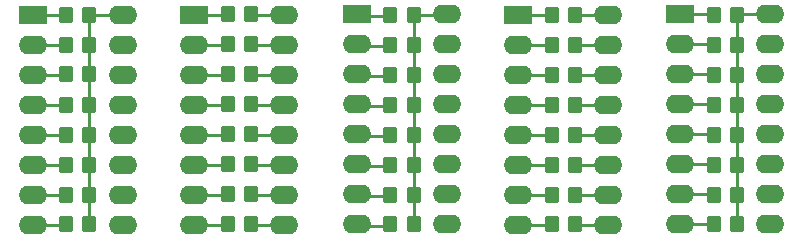
<source format=gbr>
%TF.GenerationSoftware,KiCad,Pcbnew,7.0.11*%
%TF.CreationDate,2024-10-23T23:44:55+03:00*%
%TF.ProjectId,rndip16,726e6469-7031-4362-9e6b-696361645f70,rev?*%
%TF.SameCoordinates,Original*%
%TF.FileFunction,Copper,L1,Top*%
%TF.FilePolarity,Positive*%
%FSLAX46Y46*%
G04 Gerber Fmt 4.6, Leading zero omitted, Abs format (unit mm)*
G04 Created by KiCad (PCBNEW 7.0.11) date 2024-10-23 23:44:55*
%MOMM*%
%LPD*%
G01*
G04 APERTURE LIST*
G04 Aperture macros list*
%AMRoundRect*
0 Rectangle with rounded corners*
0 $1 Rounding radius*
0 $2 $3 $4 $5 $6 $7 $8 $9 X,Y pos of 4 corners*
0 Add a 4 corners polygon primitive as box body*
4,1,4,$2,$3,$4,$5,$6,$7,$8,$9,$2,$3,0*
0 Add four circle primitives for the rounded corners*
1,1,$1+$1,$2,$3*
1,1,$1+$1,$4,$5*
1,1,$1+$1,$6,$7*
1,1,$1+$1,$8,$9*
0 Add four rect primitives between the rounded corners*
20,1,$1+$1,$2,$3,$4,$5,0*
20,1,$1+$1,$4,$5,$6,$7,0*
20,1,$1+$1,$6,$7,$8,$9,0*
20,1,$1+$1,$8,$9,$2,$3,0*%
G04 Aperture macros list end*
%TA.AperFunction,SMDPad,CuDef*%
%ADD10RoundRect,0.250000X-0.350000X-0.450000X0.350000X-0.450000X0.350000X0.450000X-0.350000X0.450000X0*%
%TD*%
%TA.AperFunction,ComponentPad*%
%ADD11R,2.400000X1.600000*%
%TD*%
%TA.AperFunction,ComponentPad*%
%ADD12O,2.400000X1.600000*%
%TD*%
%TA.AperFunction,Conductor*%
%ADD13C,0.250000*%
%TD*%
G04 APERTURE END LIST*
D10*
%TO.P,R45,1*%
%TO.N,Net-(J4-Pin_7)*%
X99438285Y-62771426D03*
%TO.P,R45,2*%
%TO.N,Net-(J4-Pin_10)*%
X101438285Y-62771426D03*
%TD*%
D11*
%TO.P,J5,1,Pin_1*%
%TO.N,Net-(J5-Pin_1)*%
X110338600Y-47523400D03*
D12*
%TO.P,J5,2,Pin_2*%
%TO.N,Net-(J5-Pin_2)*%
X110338600Y-50063400D03*
%TO.P,J5,3,Pin_3*%
%TO.N,Net-(J5-Pin_3)*%
X110338600Y-52603400D03*
%TO.P,J5,4,Pin_4*%
%TO.N,Net-(J5-Pin_4)*%
X110338600Y-55143400D03*
%TO.P,J5,5,Pin_5*%
%TO.N,Net-(J5-Pin_5)*%
X110338600Y-57683400D03*
%TO.P,J5,6,Pin_6*%
%TO.N,Net-(J5-Pin_6)*%
X110338600Y-60223400D03*
%TO.P,J5,7,Pin_7*%
%TO.N,Net-(J5-Pin_7)*%
X110338600Y-62763400D03*
%TO.P,J5,8,Pin_8*%
%TO.N,Net-(J5-Pin_8)*%
X110338600Y-65303400D03*
%TO.P,J5,9,Pin_9*%
%TO.N,Net-(J5-Pin_9)*%
X117958600Y-65303400D03*
%TO.P,J5,10,Pin_10*%
%TO.N,Net-(J5-Pin_10)*%
X117958600Y-62763400D03*
%TO.P,J5,11,Pin_11*%
%TO.N,Net-(J5-Pin_11)*%
X117958600Y-60223400D03*
%TO.P,J5,12,Pin_12*%
%TO.N,Net-(J5-Pin_12)*%
X117958600Y-57683400D03*
%TO.P,J5,13,Pin_13*%
%TO.N,Net-(J5-Pin_13)*%
X117958600Y-55143400D03*
%TO.P,J5,14,Pin_14*%
%TO.N,Net-(J5-Pin_14)*%
X117958600Y-52603400D03*
%TO.P,J5,15,Pin_15*%
%TO.N,Net-(J5-Pin_15)*%
X117958600Y-50063400D03*
%TO.P,J5,16,Pin_16*%
%TO.N,Net-(J5-Pin_16)*%
X117958600Y-47523400D03*
%TD*%
D10*
%TO.P,R53,1*%
%TO.N,Net-(J5-Pin_7)*%
X113163600Y-62769826D03*
%TO.P,R53,2*%
%TO.N,Net-(J5-Pin_16)*%
X115163600Y-62769826D03*
%TD*%
%TO.P,R29,2*%
%TO.N,Net-(J3-Pin_16)*%
X87756000Y-60241255D03*
%TO.P,R29,1*%
%TO.N,Net-(J3-Pin_6)*%
X85756000Y-60241255D03*
%TD*%
%TO.P,R8,1*%
%TO.N,Net-(J1-Pin_8)*%
X58300000Y-65300000D03*
%TO.P,R8,2*%
%TO.N,Net-(J1-Pin_16)*%
X60300000Y-65300000D03*
%TD*%
D11*
%TO.P,J4,1,Pin_1*%
%TO.N,Net-(J4-Pin_1)*%
X96613285Y-47525000D03*
D12*
%TO.P,J4,2,Pin_2*%
%TO.N,Net-(J4-Pin_2)*%
X96613285Y-50065000D03*
%TO.P,J4,3,Pin_3*%
%TO.N,Net-(J4-Pin_3)*%
X96613285Y-52605000D03*
%TO.P,J4,4,Pin_4*%
%TO.N,Net-(J4-Pin_4)*%
X96613285Y-55145000D03*
%TO.P,J4,5,Pin_5*%
%TO.N,Net-(J4-Pin_5)*%
X96613285Y-57685000D03*
%TO.P,J4,6,Pin_6*%
%TO.N,Net-(J4-Pin_6)*%
X96613285Y-60225000D03*
%TO.P,J4,7,Pin_7*%
%TO.N,Net-(J4-Pin_7)*%
X96613285Y-62765000D03*
%TO.P,J4,8,Pin_8*%
%TO.N,Net-(J4-Pin_8)*%
X96613285Y-65305000D03*
%TO.P,J4,9,Pin_9*%
%TO.N,Net-(J4-Pin_9)*%
X104233285Y-65305000D03*
%TO.P,J4,10,Pin_10*%
%TO.N,Net-(J4-Pin_10)*%
X104233285Y-62765000D03*
%TO.P,J4,11,Pin_11*%
%TO.N,Net-(J4-Pin_11)*%
X104233285Y-60225000D03*
%TO.P,J4,12,Pin_12*%
%TO.N,Net-(J4-Pin_12)*%
X104233285Y-57685000D03*
%TO.P,J4,13,Pin_13*%
%TO.N,Net-(J4-Pin_13)*%
X104233285Y-55145000D03*
%TO.P,J4,14,Pin_14*%
%TO.N,Net-(J4-Pin_14)*%
X104233285Y-52605000D03*
%TO.P,J4,15,Pin_15*%
%TO.N,Net-(J4-Pin_15)*%
X104233285Y-50065000D03*
%TO.P,J4,16,Pin_16*%
%TO.N,Net-(J4-Pin_16)*%
X104233285Y-47525000D03*
%TD*%
D10*
%TO.P,R18,1*%
%TO.N,Net-(J2-Pin_3)*%
X72005000Y-52585714D03*
%TO.P,R18,2*%
%TO.N,Net-(J2-Pin_14)*%
X74005000Y-52585714D03*
%TD*%
%TO.P,R21,1*%
%TO.N,Net-(J2-Pin_6)*%
X72005000Y-60214285D03*
%TO.P,R21,2*%
%TO.N,Net-(J2-Pin_11)*%
X74005000Y-60214285D03*
%TD*%
%TO.P,R54,2*%
%TO.N,Net-(J5-Pin_16)*%
X115163600Y-65298400D03*
%TO.P,R54,1*%
%TO.N,Net-(J5-Pin_8)*%
X113163600Y-65298400D03*
%TD*%
%TO.P,R3,1*%
%TO.N,Net-(J1-Pin_3)*%
X58300000Y-52600000D03*
%TO.P,R3,2*%
%TO.N,Net-(J1-Pin_16)*%
X60300000Y-52600000D03*
%TD*%
%TO.P,R40,1*%
%TO.N,Net-(J4-Pin_2)*%
X99438285Y-50128571D03*
%TO.P,R40,2*%
%TO.N,Net-(J4-Pin_15)*%
X101438285Y-50128571D03*
%TD*%
%TO.P,R43,1*%
%TO.N,Net-(J4-Pin_5)*%
X99438285Y-57714284D03*
%TO.P,R43,2*%
%TO.N,Net-(J4-Pin_12)*%
X101438285Y-57714284D03*
%TD*%
%TO.P,R7,1*%
%TO.N,Net-(J1-Pin_7)*%
X58300000Y-62800000D03*
%TO.P,R7,2*%
%TO.N,Net-(J1-Pin_16)*%
X60300000Y-62800000D03*
%TD*%
%TO.P,R23,1*%
%TO.N,Net-(J2-Pin_8)*%
X72005000Y-65300000D03*
%TO.P,R23,2*%
%TO.N,Net-(J2-Pin_9)*%
X74005000Y-65300000D03*
%TD*%
%TO.P,R30,2*%
%TO.N,Net-(J3-Pin_16)*%
X87756000Y-62769826D03*
%TO.P,R30,1*%
%TO.N,Net-(J3-Pin_7)*%
X85756000Y-62769826D03*
%TD*%
%TO.P,R44,1*%
%TO.N,Net-(J4-Pin_6)*%
X99438285Y-60242855D03*
%TO.P,R44,2*%
%TO.N,Net-(J4-Pin_11)*%
X101438285Y-60242855D03*
%TD*%
%TO.P,R27,2*%
%TO.N,Net-(J3-Pin_16)*%
X87756000Y-55184113D03*
%TO.P,R27,1*%
%TO.N,Net-(J3-Pin_4)*%
X85756000Y-55184113D03*
%TD*%
%TO.P,R28,2*%
%TO.N,Net-(J3-Pin_16)*%
X87756000Y-57712684D03*
%TO.P,R28,1*%
%TO.N,Net-(J3-Pin_5)*%
X85756000Y-57712684D03*
%TD*%
%TO.P,R46,2*%
%TO.N,Net-(J4-Pin_9)*%
X101438285Y-65300000D03*
%TO.P,R46,1*%
%TO.N,Net-(J4-Pin_8)*%
X99438285Y-65300000D03*
%TD*%
%TO.P,R20,1*%
%TO.N,Net-(J2-Pin_5)*%
X72005000Y-57671428D03*
%TO.P,R20,2*%
%TO.N,Net-(J2-Pin_12)*%
X74005000Y-57671428D03*
%TD*%
%TO.P,R25,2*%
%TO.N,Net-(J3-Pin_16)*%
X87756000Y-50126971D03*
%TO.P,R25,1*%
%TO.N,Net-(J3-Pin_2)*%
X85756000Y-50126971D03*
%TD*%
%TO.P,R16,1*%
%TO.N,Net-(J2-Pin_1)*%
X72005000Y-47500000D03*
%TO.P,R16,2*%
%TO.N,Net-(J2-Pin_16)*%
X74005000Y-47500000D03*
%TD*%
%TO.P,R17,1*%
%TO.N,Net-(J2-Pin_2)*%
X72005000Y-50042857D03*
%TO.P,R17,2*%
%TO.N,Net-(J2-Pin_15)*%
X74005000Y-50042857D03*
%TD*%
%TO.P,R4,1*%
%TO.N,Net-(J1-Pin_4)*%
X58300000Y-55200000D03*
%TO.P,R4,2*%
%TO.N,Net-(J1-Pin_16)*%
X60300000Y-55200000D03*
%TD*%
%TO.P,R48,1*%
%TO.N,Net-(J5-Pin_2)*%
X113163600Y-50126971D03*
%TO.P,R48,2*%
%TO.N,Net-(J5-Pin_16)*%
X115163600Y-50126971D03*
%TD*%
%TO.P,R6,1*%
%TO.N,Net-(J1-Pin_6)*%
X58300000Y-60300000D03*
%TO.P,R6,2*%
%TO.N,Net-(J1-Pin_16)*%
X60300000Y-60300000D03*
%TD*%
%TO.P,R1,1*%
%TO.N,Net-(J1-Pin_1)*%
X58300000Y-47600000D03*
%TO.P,R1,2*%
%TO.N,Net-(J1-Pin_16)*%
X60300000Y-47600000D03*
%TD*%
%TO.P,R42,1*%
%TO.N,Net-(J4-Pin_4)*%
X99438285Y-55185713D03*
%TO.P,R42,2*%
%TO.N,Net-(J4-Pin_13)*%
X101438285Y-55185713D03*
%TD*%
%TO.P,R22,1*%
%TO.N,Net-(J2-Pin_7)*%
X72005000Y-62757142D03*
%TO.P,R22,2*%
%TO.N,Net-(J2-Pin_10)*%
X74005000Y-62757142D03*
%TD*%
%TO.P,R51,1*%
%TO.N,Net-(J5-Pin_5)*%
X113163600Y-57712684D03*
%TO.P,R51,2*%
%TO.N,Net-(J5-Pin_16)*%
X115163600Y-57712684D03*
%TD*%
%TO.P,R2,1*%
%TO.N,Net-(J1-Pin_2)*%
X58300000Y-50100000D03*
%TO.P,R2,2*%
%TO.N,Net-(J1-Pin_16)*%
X60300000Y-50100000D03*
%TD*%
D11*
%TO.P,J1,1,Pin_1*%
%TO.N,Net-(J1-Pin_1)*%
X55550000Y-47550000D03*
D12*
%TO.P,J1,2,Pin_2*%
%TO.N,Net-(J1-Pin_2)*%
X55550000Y-50090000D03*
%TO.P,J1,3,Pin_3*%
%TO.N,Net-(J1-Pin_3)*%
X55550000Y-52630000D03*
%TO.P,J1,4,Pin_4*%
%TO.N,Net-(J1-Pin_4)*%
X55550000Y-55170000D03*
%TO.P,J1,5,Pin_5*%
%TO.N,Net-(J1-Pin_5)*%
X55550000Y-57710000D03*
%TO.P,J1,6,Pin_6*%
%TO.N,Net-(J1-Pin_6)*%
X55550000Y-60250000D03*
%TO.P,J1,7,Pin_7*%
%TO.N,Net-(J1-Pin_7)*%
X55550000Y-62790000D03*
%TO.P,J1,8,Pin_8*%
%TO.N,Net-(J1-Pin_8)*%
X55550000Y-65330000D03*
%TO.P,J1,9,Pin_9*%
%TO.N,Net-(J1-Pin_9)*%
X63170000Y-65330000D03*
%TO.P,J1,10,Pin_10*%
%TO.N,Net-(J1-Pin_10)*%
X63170000Y-62790000D03*
%TO.P,J1,11,Pin_11*%
%TO.N,Net-(J1-Pin_11)*%
X63170000Y-60250000D03*
%TO.P,J1,12,Pin_12*%
%TO.N,Net-(J1-Pin_12)*%
X63170000Y-57710000D03*
%TO.P,J1,13,Pin_13*%
%TO.N,Net-(J1-Pin_13)*%
X63170000Y-55170000D03*
%TO.P,J1,14,Pin_14*%
%TO.N,Net-(J1-Pin_14)*%
X63170000Y-52630000D03*
%TO.P,J1,15,Pin_15*%
%TO.N,Net-(J1-Pin_15)*%
X63170000Y-50090000D03*
%TO.P,J1,16,Pin_16*%
%TO.N,Net-(J1-Pin_16)*%
X63170000Y-47550000D03*
%TD*%
D10*
%TO.P,R5,1*%
%TO.N,Net-(J1-Pin_5)*%
X58300000Y-57700000D03*
%TO.P,R5,2*%
%TO.N,Net-(J1-Pin_16)*%
X60300000Y-57700000D03*
%TD*%
%TO.P,R52,1*%
%TO.N,Net-(J5-Pin_6)*%
X113163600Y-60241255D03*
%TO.P,R52,2*%
%TO.N,Net-(J5-Pin_16)*%
X115163600Y-60241255D03*
%TD*%
%TO.P,R19,1*%
%TO.N,Net-(J2-Pin_4)*%
X72005000Y-55128571D03*
%TO.P,R19,2*%
%TO.N,Net-(J2-Pin_13)*%
X74005000Y-55128571D03*
%TD*%
%TO.P,R41,1*%
%TO.N,Net-(J4-Pin_3)*%
X99438285Y-52657142D03*
%TO.P,R41,2*%
%TO.N,Net-(J4-Pin_14)*%
X101438285Y-52657142D03*
%TD*%
%TO.P,R24,2*%
%TO.N,Net-(J3-Pin_16)*%
X87756000Y-47598400D03*
%TO.P,R24,1*%
%TO.N,Net-(J3-Pin_1)*%
X85756000Y-47598400D03*
%TD*%
%TO.P,R49,1*%
%TO.N,Net-(J5-Pin_3)*%
X113163600Y-52655542D03*
%TO.P,R49,2*%
%TO.N,Net-(J5-Pin_16)*%
X115163600Y-52655542D03*
%TD*%
%TO.P,R50,1*%
%TO.N,Net-(J5-Pin_4)*%
X113163600Y-55184113D03*
%TO.P,R50,2*%
%TO.N,Net-(J5-Pin_16)*%
X115163600Y-55184113D03*
%TD*%
%TO.P,R26,2*%
%TO.N,Net-(J3-Pin_16)*%
X87756000Y-52655542D03*
%TO.P,R26,1*%
%TO.N,Net-(J3-Pin_3)*%
X85756000Y-52655542D03*
%TD*%
D12*
%TO.P,J2,16,Pin_16*%
%TO.N,Net-(J2-Pin_16)*%
X76800000Y-47525000D03*
%TO.P,J2,15,Pin_15*%
%TO.N,Net-(J2-Pin_15)*%
X76800000Y-50065000D03*
%TO.P,J2,14,Pin_14*%
%TO.N,Net-(J2-Pin_14)*%
X76800000Y-52605000D03*
%TO.P,J2,13,Pin_13*%
%TO.N,Net-(J2-Pin_13)*%
X76800000Y-55145000D03*
%TO.P,J2,12,Pin_12*%
%TO.N,Net-(J2-Pin_12)*%
X76800000Y-57685000D03*
%TO.P,J2,11,Pin_11*%
%TO.N,Net-(J2-Pin_11)*%
X76800000Y-60225000D03*
%TO.P,J2,10,Pin_10*%
%TO.N,Net-(J2-Pin_10)*%
X76800000Y-62765000D03*
%TO.P,J2,9,Pin_9*%
%TO.N,Net-(J2-Pin_9)*%
X76800000Y-65305000D03*
%TO.P,J2,8,Pin_8*%
%TO.N,Net-(J2-Pin_8)*%
X69180000Y-65305000D03*
%TO.P,J2,7,Pin_7*%
%TO.N,Net-(J2-Pin_7)*%
X69180000Y-62765000D03*
%TO.P,J2,6,Pin_6*%
%TO.N,Net-(J2-Pin_6)*%
X69180000Y-60225000D03*
%TO.P,J2,5,Pin_5*%
%TO.N,Net-(J2-Pin_5)*%
X69180000Y-57685000D03*
%TO.P,J2,4,Pin_4*%
%TO.N,Net-(J2-Pin_4)*%
X69180000Y-55145000D03*
%TO.P,J2,3,Pin_3*%
%TO.N,Net-(J2-Pin_3)*%
X69180000Y-52605000D03*
%TO.P,J2,2,Pin_2*%
%TO.N,Net-(J2-Pin_2)*%
X69180000Y-50065000D03*
D11*
%TO.P,J2,1,Pin_1*%
%TO.N,Net-(J2-Pin_1)*%
X69180000Y-47525000D03*
%TD*%
D10*
%TO.P,R47,1*%
%TO.N,Net-(J5-Pin_1)*%
X113163600Y-47598400D03*
%TO.P,R47,2*%
%TO.N,Net-(J5-Pin_16)*%
X115163600Y-47598400D03*
%TD*%
D12*
%TO.P,J3,16,Pin_16*%
%TO.N,Net-(J3-Pin_16)*%
X90551000Y-47523400D03*
%TO.P,J3,15,Pin_15*%
%TO.N,Net-(J3-Pin_15)*%
X90551000Y-50063400D03*
%TO.P,J3,14,Pin_14*%
%TO.N,Net-(J3-Pin_14)*%
X90551000Y-52603400D03*
%TO.P,J3,13,Pin_13*%
%TO.N,Net-(J3-Pin_13)*%
X90551000Y-55143400D03*
%TO.P,J3,12,Pin_12*%
%TO.N,Net-(J3-Pin_12)*%
X90551000Y-57683400D03*
%TO.P,J3,11,Pin_11*%
%TO.N,Net-(J3-Pin_11)*%
X90551000Y-60223400D03*
%TO.P,J3,10,Pin_10*%
%TO.N,Net-(J3-Pin_10)*%
X90551000Y-62763400D03*
%TO.P,J3,9,Pin_9*%
%TO.N,Net-(J3-Pin_9)*%
X90551000Y-65303400D03*
%TO.P,J3,8,Pin_8*%
%TO.N,Net-(J3-Pin_8)*%
X82931000Y-65303400D03*
%TO.P,J3,7,Pin_7*%
%TO.N,Net-(J3-Pin_7)*%
X82931000Y-62763400D03*
%TO.P,J3,6,Pin_6*%
%TO.N,Net-(J3-Pin_6)*%
X82931000Y-60223400D03*
%TO.P,J3,5,Pin_5*%
%TO.N,Net-(J3-Pin_5)*%
X82931000Y-57683400D03*
%TO.P,J3,4,Pin_4*%
%TO.N,Net-(J3-Pin_4)*%
X82931000Y-55143400D03*
%TO.P,J3,3,Pin_3*%
%TO.N,Net-(J3-Pin_3)*%
X82931000Y-52603400D03*
%TO.P,J3,2,Pin_2*%
%TO.N,Net-(J3-Pin_2)*%
X82931000Y-50063400D03*
D11*
%TO.P,J3,1,Pin_1*%
%TO.N,Net-(J3-Pin_1)*%
X82931000Y-47523400D03*
%TD*%
D10*
%TO.P,R31,2*%
%TO.N,Net-(J3-Pin_16)*%
X87756000Y-65298400D03*
%TO.P,R31,1*%
%TO.N,Net-(J3-Pin_8)*%
X85756000Y-65298400D03*
%TD*%
%TO.P,R39,1*%
%TO.N,Net-(J4-Pin_1)*%
X99438285Y-47600000D03*
%TO.P,R39,2*%
%TO.N,Net-(J4-Pin_16)*%
X101438285Y-47600000D03*
%TD*%
D13*
%TO.N,Net-(J5-Pin_16)*%
X115163600Y-62769826D02*
X115163600Y-65298400D01*
X115163600Y-60241255D02*
X115163600Y-62769826D01*
X115163600Y-57712684D02*
X115163600Y-60241255D01*
X115163600Y-55184113D02*
X115163600Y-57712684D01*
X115163600Y-52655542D02*
X115163600Y-55184113D01*
X115163600Y-50126971D02*
X115163600Y-52655542D01*
X115163600Y-47598400D02*
X115163600Y-50126971D01*
X115238600Y-47523400D02*
X115163600Y-47598400D01*
X117958600Y-47523400D02*
X115238600Y-47523400D01*
%TO.N,Net-(J5-Pin_1)*%
X113088600Y-47523400D02*
X113163600Y-47598400D01*
X110338600Y-47523400D02*
X113088600Y-47523400D01*
%TO.N,Net-(J5-Pin_2)*%
X110338600Y-50063400D02*
X113100029Y-50063400D01*
X113100029Y-50063400D02*
X113163600Y-50126971D01*
%TO.N,Net-(J5-Pin_3)*%
X113111458Y-52603400D02*
X113163600Y-52655542D01*
X110338600Y-52603400D02*
X113111458Y-52603400D01*
%TO.N,Net-(J5-Pin_4)*%
X113122887Y-55143400D02*
X113163600Y-55184113D01*
X110338600Y-55143400D02*
X113122887Y-55143400D01*
%TO.N,Net-(J5-Pin_5)*%
X110338600Y-57683400D02*
X113134316Y-57683400D01*
X113134316Y-57683400D02*
X113163600Y-57712684D01*
%TO.N,Net-(J5-Pin_6)*%
X113145745Y-60223400D02*
X113163600Y-60241255D01*
X110338600Y-60223400D02*
X113145745Y-60223400D01*
%TO.N,Net-(J5-Pin_7)*%
X113157174Y-62763400D02*
X113163600Y-62769826D01*
X110338600Y-62763400D02*
X113157174Y-62763400D01*
%TO.N,Net-(J5-Pin_8)*%
X113158600Y-65303400D02*
X113163600Y-65298400D01*
X110338600Y-65303400D02*
X113158600Y-65303400D01*
%TO.N,Net-(J4-Pin_2)*%
X99423914Y-50114200D02*
X99438285Y-50128571D01*
X96613285Y-50114200D02*
X99423914Y-50114200D01*
%TO.N,Net-(J4-Pin_3)*%
X99435343Y-52654200D02*
X99438285Y-52657142D01*
X96613285Y-52654200D02*
X99435343Y-52654200D01*
%TO.N,Net-(J4-Pin_4)*%
X99429798Y-55194200D02*
X99438285Y-55185713D01*
X96613285Y-55194200D02*
X99429798Y-55194200D01*
%TO.N,Net-(J4-Pin_5)*%
X99418369Y-57734200D02*
X99438285Y-57714284D01*
X96613285Y-57734200D02*
X99418369Y-57734200D01*
%TO.N,Net-(J4-Pin_6)*%
X99406940Y-60274200D02*
X99438285Y-60242855D01*
X96613285Y-60274200D02*
X99406940Y-60274200D01*
%TO.N,Net-(J4-Pin_7)*%
X99395511Y-62814200D02*
X99438285Y-62771426D01*
X96613285Y-62814200D02*
X99395511Y-62814200D01*
%TO.N,Net-(J4-Pin_8)*%
X99384085Y-65354200D02*
X99438285Y-65300000D01*
X96613285Y-65354200D02*
X99384085Y-65354200D01*
%TO.N,Net-(J4-Pin_9)*%
X101492485Y-65354200D02*
X101438285Y-65300000D01*
X104233285Y-65354200D02*
X101492485Y-65354200D01*
%TO.N,Net-(J4-Pin_10)*%
X101481059Y-62814200D02*
X101438285Y-62771426D01*
X104233285Y-62814200D02*
X101481059Y-62814200D01*
%TO.N,Net-(J4-Pin_11)*%
X101469630Y-60274200D02*
X101438285Y-60242855D01*
X104233285Y-60274200D02*
X101469630Y-60274200D01*
%TO.N,Net-(J4-Pin_12)*%
X101458201Y-57734200D02*
X101438285Y-57714284D01*
X104233285Y-57734200D02*
X101458201Y-57734200D01*
%TO.N,Net-(J4-Pin_13)*%
X101446772Y-55194200D02*
X101438285Y-55185713D01*
X104233285Y-55194200D02*
X101446772Y-55194200D01*
%TO.N,Net-(J4-Pin_14)*%
X101441227Y-52654200D02*
X101438285Y-52657142D01*
X104233285Y-52654200D02*
X101441227Y-52654200D01*
%TO.N,Net-(J4-Pin_15)*%
X101452656Y-50114200D02*
X101438285Y-50128571D01*
X104233285Y-50114200D02*
X101452656Y-50114200D01*
%TO.N,Net-(J4-Pin_16)*%
X101464085Y-47574200D02*
X101438285Y-47600000D01*
X104233285Y-47574200D02*
X101464085Y-47574200D01*
%TO.N,Net-(J4-Pin_1)*%
X99412485Y-47574200D02*
X99438285Y-47600000D01*
X96613285Y-47574200D02*
X99412485Y-47574200D01*
%TO.N,Net-(J1-Pin_1)*%
X58250000Y-47550000D02*
X58300000Y-47600000D01*
X55550000Y-47550000D02*
X58250000Y-47550000D01*
%TO.N,Net-(J1-Pin_16)*%
X60350000Y-47550000D02*
X63170000Y-47550000D01*
X60300000Y-62800000D02*
X60300000Y-60300000D01*
X60300000Y-65300000D02*
X60300000Y-62800000D01*
X60300000Y-57700000D02*
X60300000Y-55200000D01*
X60300000Y-50100000D02*
X60300000Y-47600000D01*
X60300000Y-52600000D02*
X60300000Y-50100000D01*
X60300000Y-47600000D02*
X60350000Y-47550000D01*
X60300000Y-60300000D02*
X60300000Y-57700000D01*
X60300000Y-55200000D02*
X60300000Y-52600000D01*
%TO.N,Net-(J1-Pin_2)*%
X58290000Y-50090000D02*
X58300000Y-50100000D01*
X55550000Y-50090000D02*
X58290000Y-50090000D01*
%TO.N,Net-(J1-Pin_3)*%
X58270000Y-52630000D02*
X58300000Y-52600000D01*
X55550000Y-52630000D02*
X58270000Y-52630000D01*
%TO.N,Net-(J1-Pin_4)*%
X55550000Y-55170000D02*
X58270000Y-55170000D01*
X58270000Y-55170000D02*
X58300000Y-55200000D01*
%TO.N,Net-(J1-Pin_5)*%
X58290000Y-57710000D02*
X58300000Y-57700000D01*
X55550000Y-57710000D02*
X58290000Y-57710000D01*
%TO.N,Net-(J1-Pin_6)*%
X55550000Y-60250000D02*
X58250000Y-60250000D01*
X58250000Y-60250000D02*
X58300000Y-60300000D01*
%TO.N,Net-(J1-Pin_7)*%
X55550000Y-62790000D02*
X58290000Y-62790000D01*
X58290000Y-62790000D02*
X58300000Y-62800000D01*
%TO.N,Net-(J1-Pin_8)*%
X55550000Y-65330000D02*
X58270000Y-65330000D01*
X58270000Y-65330000D02*
X58300000Y-65300000D01*
%TO.N,Net-(J2-Pin_1)*%
X69180000Y-47525000D02*
X71980000Y-47525000D01*
X71980000Y-47525000D02*
X72005000Y-47500000D01*
%TO.N,Net-(J2-Pin_2)*%
X69180000Y-50065000D02*
X71982857Y-50065000D01*
X71982857Y-50065000D02*
X72005000Y-50042857D01*
%TO.N,Net-(J2-Pin_3)*%
X69180000Y-52605000D02*
X71985714Y-52605000D01*
X71985714Y-52605000D02*
X72005000Y-52585714D01*
%TO.N,Net-(J2-Pin_4)*%
X71988571Y-55145000D02*
X72005000Y-55128571D01*
X69180000Y-55145000D02*
X71988571Y-55145000D01*
%TO.N,Net-(J2-Pin_5)*%
X69180000Y-57685000D02*
X71991428Y-57685000D01*
X71991428Y-57685000D02*
X72005000Y-57671428D01*
%TO.N,Net-(J2-Pin_6)*%
X69180000Y-60225000D02*
X71994285Y-60225000D01*
X71994285Y-60225000D02*
X72005000Y-60214285D01*
%TO.N,Net-(J2-Pin_7)*%
X69180000Y-62765000D02*
X71997142Y-62765000D01*
X71997142Y-62765000D02*
X72005000Y-62757142D01*
%TO.N,Net-(J2-Pin_8)*%
X72000000Y-65305000D02*
X72005000Y-65300000D01*
X69180000Y-65305000D02*
X72000000Y-65305000D01*
%TO.N,Net-(J2-Pin_9)*%
X74010000Y-65305000D02*
X76800000Y-65305000D01*
X74005000Y-65300000D02*
X74010000Y-65305000D01*
%TO.N,Net-(J2-Pin_10)*%
X74005000Y-62757142D02*
X74012858Y-62765000D01*
X74012858Y-62765000D02*
X76800000Y-62765000D01*
%TO.N,Net-(J2-Pin_11)*%
X74005000Y-60214285D02*
X74015715Y-60225000D01*
X74015715Y-60225000D02*
X76800000Y-60225000D01*
%TO.N,Net-(J2-Pin_12)*%
X74005000Y-57671428D02*
X74018572Y-57685000D01*
X74018572Y-57685000D02*
X76800000Y-57685000D01*
%TO.N,Net-(J2-Pin_13)*%
X74021429Y-55145000D02*
X76800000Y-55145000D01*
X74005000Y-55128571D02*
X74021429Y-55145000D01*
%TO.N,Net-(J2-Pin_14)*%
X74024286Y-52605000D02*
X76800000Y-52605000D01*
X74005000Y-52585714D02*
X74024286Y-52605000D01*
%TO.N,Net-(J2-Pin_15)*%
X74005000Y-50042857D02*
X74027143Y-50065000D01*
X74027143Y-50065000D02*
X76800000Y-50065000D01*
%TO.N,Net-(J2-Pin_16)*%
X74030000Y-47525000D02*
X76800000Y-47525000D01*
X74005000Y-47500000D02*
X74030000Y-47525000D01*
%TO.N,Net-(J3-Pin_1)*%
X85705600Y-47648800D02*
X85756000Y-47598400D01*
X82931000Y-47648800D02*
X85705600Y-47648800D01*
%TO.N,Net-(J3-Pin_2)*%
X85694171Y-50188800D02*
X85756000Y-50126971D01*
X82931000Y-50188800D02*
X85694171Y-50188800D01*
%TO.N,Net-(J3-Pin_3)*%
X82931000Y-52728800D02*
X85682742Y-52728800D01*
X85682742Y-52728800D02*
X85756000Y-52655542D01*
%TO.N,Net-(J3-Pin_4)*%
X82931000Y-55268800D02*
X85671313Y-55268800D01*
X85671313Y-55268800D02*
X85756000Y-55184113D01*
%TO.N,Net-(J3-Pin_5)*%
X82931000Y-57808800D02*
X85659884Y-57808800D01*
X85659884Y-57808800D02*
X85756000Y-57712684D01*
%TO.N,Net-(J3-Pin_6)*%
X85648455Y-60348800D02*
X85756000Y-60241255D01*
X82931000Y-60348800D02*
X85648455Y-60348800D01*
%TO.N,Net-(J3-Pin_7)*%
X82931000Y-62888800D02*
X85637026Y-62888800D01*
X85637026Y-62888800D02*
X85756000Y-62769826D01*
%TO.N,Net-(J3-Pin_8)*%
X85625600Y-65428800D02*
X85756000Y-65298400D01*
X82931000Y-65428800D02*
X85625600Y-65428800D01*
%TO.N,Net-(J3-Pin_16)*%
X87756000Y-60241255D02*
X87756000Y-57712684D01*
X90500600Y-47598400D02*
X90551000Y-47648800D01*
X87756000Y-52655542D02*
X87756000Y-50126971D01*
X87756000Y-62769826D02*
X87756000Y-60241255D01*
X87756000Y-65298400D02*
X87756000Y-62769826D01*
X87756000Y-47598400D02*
X90500600Y-47598400D01*
X87756000Y-57712684D02*
X87756000Y-55184113D01*
X87756000Y-55184113D02*
X87756000Y-52655542D01*
X87756000Y-50126971D02*
X87756000Y-47598400D01*
%TD*%
M02*

</source>
